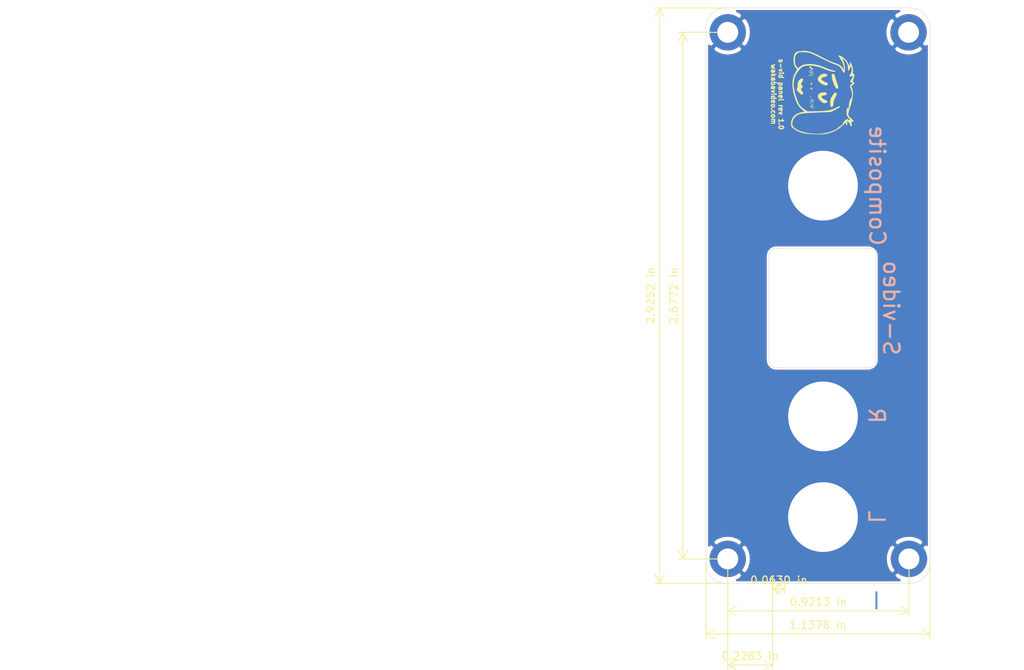
<source format=kicad_pcb>
(kicad_pcb (version 20171130) (host pcbnew "(5.1.5)-2")

  (general
    (thickness 1.6)
    (drawings 119)
    (tracks 4)
    (zones 0)
    (modules 5)
    (nets 2)
  )

  (page A4)
  (layers
    (0 F.Cu signal)
    (31 B.Cu signal)
    (32 B.Adhes user hide)
    (33 F.Adhes user hide)
    (34 B.Paste user hide)
    (35 F.Paste user hide)
    (36 B.SilkS user)
    (37 F.SilkS user)
    (38 B.Mask user)
    (39 F.Mask user)
    (40 Dwgs.User user)
    (41 Cmts.User user)
    (42 Eco1.User user hide)
    (43 Eco2.User user hide)
    (44 Edge.Cuts user)
    (45 Margin user hide)
    (46 B.CrtYd user hide)
    (47 F.CrtYd user)
    (48 B.Fab user)
    (49 F.Fab user hide)
  )

  (setup
    (last_trace_width 0.25)
    (trace_clearance 0.2)
    (zone_clearance 0.25)
    (zone_45_only no)
    (trace_min 0.2)
    (via_size 0.8)
    (via_drill 0.4)
    (via_min_size 0.4)
    (via_min_drill 0.3)
    (uvia_size 0.3)
    (uvia_drill 0.1)
    (uvias_allowed no)
    (uvia_min_size 0.2)
    (uvia_min_drill 0.1)
    (edge_width 0.05)
    (segment_width 0.2)
    (pcb_text_width 0.3)
    (pcb_text_size 1.5 1.5)
    (mod_edge_width 0.12)
    (mod_text_size 1 1)
    (mod_text_width 0.15)
    (pad_size 0.8 1.2)
    (pad_drill 0)
    (pad_to_mask_clearance 0.051)
    (solder_mask_min_width 0.25)
    (aux_axis_origin 0 0)
    (visible_elements 7FFFFFFF)
    (pcbplotparams
      (layerselection 0x010f0_ffffffff)
      (usegerberextensions false)
      (usegerberattributes false)
      (usegerberadvancedattributes false)
      (creategerberjobfile false)
      (excludeedgelayer true)
      (linewidth 0.100000)
      (plotframeref false)
      (viasonmask false)
      (mode 1)
      (useauxorigin false)
      (hpglpennumber 1)
      (hpglpenspeed 20)
      (hpglpendiameter 15.000000)
      (psnegative false)
      (psa4output false)
      (plotreference true)
      (plotvalue false)
      (plotinvisibletext false)
      (padsonsilk false)
      (subtractmaskfromsilk false)
      (outputformat 1)
      (mirror false)
      (drillshape 0)
      (scaleselection 1)
      (outputdirectory "gerbspanel/"))
  )

  (net 0 "")
  (net 1 /GND4)

  (net_class Default "This is the default net class."
    (clearance 0.2)
    (trace_width 0.25)
    (via_dia 0.8)
    (via_drill 0.4)
    (uvia_dia 0.3)
    (uvia_drill 0.1)
    (add_net /GND4)
  )

  (module videobits:uwuriel (layer F.Cu) (tedit 0) (tstamp 5DC32DCC)
    (at 121.1 125.1 270)
    (fp_text reference G*** (at 0 0 90) (layer F.SilkS) hide
      (effects (font (size 1.524 1.524) (thickness 0.3)))
    )
    (fp_text value LOGO (at 0.75 0 90) (layer F.SilkS) hide
      (effects (font (size 1.524 1.524) (thickness 0.3)))
    )
    (fp_poly (pts (xy -1.100666 -3.995516) (xy -1.055553 -3.878488) (xy -0.991309 -3.777476) (xy -0.911525 -3.689924)
      (xy -0.814388 -3.67252) (xy -0.643463 -3.724228) (xy -0.529355 -3.769001) (xy -0.160656 -3.862604)
      (xy 0.28248 -3.871313) (xy 0.820845 -3.793195) (xy 1.475228 -3.626315) (xy 1.682855 -3.563175)
      (xy 2.143707 -3.419082) (xy 2.473757 -3.323382) (xy 2.704691 -3.27681) (xy 2.868197 -3.280102)
      (xy 2.99596 -3.333991) (xy 3.119666 -3.439213) (xy 3.271003 -3.596502) (xy 3.274427 -3.600078)
      (xy 3.499966 -3.829644) (xy 3.634873 -3.944373) (xy 3.701952 -3.955152) (xy 3.724009 -3.872865)
      (xy 3.725334 -3.815324) (xy 3.751028 -3.707582) (xy 3.8594 -3.679743) (xy 4.010903 -3.697655)
      (xy 4.231758 -3.704766) (xy 4.354044 -3.650828) (xy 4.354566 -3.649998) (xy 4.340225 -3.571864)
      (xy 4.259497 -3.55558) (xy 4.096414 -3.503959) (xy 3.89092 -3.377256) (xy 3.852334 -3.346958)
      (xy 3.598334 -3.138757) (xy 3.92083 -3.135712) (xy 4.124185 -3.114772) (xy 4.196286 -3.063348)
      (xy 4.191 -3.048) (xy 4.072986 -2.979718) (xy 3.95317 -2.963105) (xy 3.863349 -2.949426)
      (xy 3.870404 -2.892303) (xy 3.987209 -2.767108) (xy 4.119169 -2.645605) (xy 4.596816 -2.11848)
      (xy 4.962079 -1.492545) (xy 5.177116 -0.927094) (xy 5.260163 -0.636075) (xy 5.31623 -0.361644)
      (xy 5.350093 -0.058859) (xy 5.366527 0.317217) (xy 5.370307 0.811524) (xy 5.370111 0.889)
      (xy 5.346052 1.646868) (xy 5.274011 2.275177) (xy 5.145865 2.808941) (xy 4.953495 3.283177)
      (xy 4.722049 3.683) (xy 4.554563 3.922212) (xy 4.418423 4.052208) (xy 4.259288 4.109823)
      (xy 4.063346 4.129524) (xy 3.58866 4.077596) (xy 3.325237 3.973534) (xy 2.974076 3.723867)
      (xy 2.718422 3.364554) (xy 2.542739 2.872973) (xy 2.528386 2.81314) (xy 2.428632 2.380982)
      (xy 2.185023 2.687524) (xy 1.856819 3.028483) (xy 1.454593 3.300193) (xy 0.931611 3.533962)
      (xy 0.908971 3.542427) (xy 0.012197 3.816885) (xy -0.810182 3.946786) (xy -1.55461 3.932206)
      (xy -2.217531 3.773222) (xy -2.795387 3.469911) (xy -2.805643 3.462664) (xy -2.968237 3.362182)
      (xy -3.065762 3.365124) (xy -3.138143 3.435598) (xy -3.398357 3.63257) (xy -3.764302 3.760951)
      (xy -4.184017 3.813853) (xy -4.60554 3.784387) (xy -4.954822 3.67646) (xy -5.132672 3.577041)
      (xy -5.248033 3.456079) (xy -5.319934 3.272818) (xy -5.367403 2.986503) (xy -5.391634 2.751593)
      (xy -5.246331 2.751593) (xy -5.23852 2.982727) (xy -5.200208 3.138855) (xy -5.123 3.266863)
      (xy -5.063624 3.339123) (xy -4.883932 3.499565) (xy -4.655584 3.586074) (xy -4.423443 3.619537)
      (xy -4.00944 3.6343) (xy -3.69707 3.577276) (xy -3.429348 3.435962) (xy -3.364133 3.387115)
      (xy -3.144753 3.21455) (xy -3.385185 2.951312) (xy -3.575289 2.629213) (xy -3.683119 2.190861)
      (xy -3.709871 1.667333) (xy -3.656736 1.089708) (xy -3.52491 0.489067) (xy -3.315585 -0.103513)
      (xy -3.263334 -0.220907) (xy -3.112316 -0.577503) (xy -2.988302 -0.925051) (xy -2.913368 -1.20021)
      (xy -2.905085 -1.248834) (xy -2.857156 -1.468397) (xy -2.794968 -1.595777) (xy -2.770698 -1.608667)
      (xy -2.714421 -1.536119) (xy -2.716335 -1.340679) (xy -2.769248 -1.055659) (xy -2.865964 -0.714368)
      (xy -2.999291 -0.350115) (xy -3.084965 -0.153468) (xy -3.343963 0.545577) (xy -3.488402 1.258557)
      (xy -3.510144 1.937071) (xy -3.480737 2.200081) (xy -3.422574 2.473375) (xy -3.329793 2.678348)
      (xy -3.165694 2.877832) (xy -2.981798 3.054237) (xy -2.428741 3.462661) (xy -1.830335 3.70896)
      (xy -1.177042 3.796511) (xy -0.908315 3.788571) (xy -0.416436 3.721176) (xy 0.135137 3.59375)
      (xy 0.686927 3.424217) (xy 1.179457 3.230506) (xy 1.506027 3.060887) (xy 1.764889 2.854572)
      (xy 2.022674 2.577286) (xy 2.138715 2.418537) (xy 2.408377 2.000741) (xy 2.385431 0.767537)
      (xy 2.360042 0.073557) (xy 2.308201 -0.486146) (xy 2.223275 -0.945463) (xy 2.098633 -1.338287)
      (xy 1.927642 -1.698509) (xy 1.889832 -1.76526) (xy 1.765573 -2.022087) (xy 1.740632 -2.184309)
      (xy 1.756097 -2.213297) (xy 1.833119 -2.184501) (xy 1.96203 -2.011257) (xy 2.133185 -1.706876)
      (xy 2.157882 -1.65867) (xy 2.47989 -1.024265) (xy 2.548711 0.609701) (xy 2.579802 1.303612)
      (xy 2.609652 1.851631) (xy 2.641007 2.277151) (xy 2.676615 2.603568) (xy 2.719222 2.854274)
      (xy 2.771575 3.052663) (xy 2.836421 3.222131) (xy 2.861987 3.277707) (xy 3.069696 3.56765)
      (xy 3.359879 3.787765) (xy 3.691657 3.925036) (xy 4.024153 3.966445) (xy 4.316488 3.898979)
      (xy 4.467248 3.788833) (xy 4.75375 3.381418) (xy 4.986618 2.845907) (xy 5.160407 2.216534)
      (xy 5.269675 1.527533) (xy 5.308981 0.813138) (xy 5.272881 0.107583) (xy 5.157084 -0.550334)
      (xy 5.045749 -0.928257) (xy 4.909694 -1.296079) (xy 4.767712 -1.610115) (xy 4.638598 -1.826681)
      (xy 4.58215 -1.886749) (xy 4.445012 -2.03523) (xy 4.319797 -2.23196) (xy 4.17529 -2.426228)
      (xy 4.013528 -2.543095) (xy 3.830353 -2.646659) (xy 3.619445 -2.809943) (xy 3.592132 -2.834666)
      (xy 3.440912 -2.99481) (xy 3.406369 -3.112075) (xy 3.453901 -3.220883) (xy 3.549527 -3.411852)
      (xy 3.530836 -3.482811) (xy 3.407055 -3.429553) (xy 3.256721 -3.310771) (xy 3.060623 -3.158091)
      (xy 2.874324 -3.079082) (xy 2.626878 -3.050568) (xy 2.452387 -3.048) (xy 2.183002 -3.060921)
      (xy 2.000497 -3.094637) (xy 1.947334 -3.132667) (xy 2.014819 -3.216932) (xy 2.053167 -3.225773)
      (xy 2.102653 -3.246019) (xy 2.025154 -3.280408) (xy 1.861397 -3.319689) (xy 1.652107 -3.354614)
      (xy 1.438009 -3.375935) (xy 1.381881 -3.378228) (xy 1.124745 -3.413942) (xy 0.928515 -3.492384)
      (xy 0.897571 -3.517192) (xy 0.608568 -3.70594) (xy 0.241246 -3.765145) (xy -0.215645 -3.695022)
      (xy -0.650472 -3.547058) (xy -0.843741 -3.484885) (xy -0.965817 -3.515817) (xy -1.083381 -3.640346)
      (xy -1.246819 -3.842183) (xy -1.344259 -3.660113) (xy -1.4417 -3.478043) (xy -1.748665 -3.686355)
      (xy -1.994237 -3.839697) (xy -2.125213 -3.882468) (xy -2.155259 -3.814653) (xy -2.117806 -3.685998)
      (xy -2.078731 -3.498535) (xy -2.150267 -3.43805) (xy -2.329746 -3.505662) (xy -2.418282 -3.560263)
      (xy -2.681229 -3.673036) (xy -2.987484 -3.721415) (xy -3.261649 -3.697976) (xy -3.368261 -3.653834)
      (xy -3.382058 -3.587908) (xy -3.233253 -3.506919) (xy -3.138234 -3.473171) (xy -2.914242 -3.376111)
      (xy -2.856096 -3.294688) (xy -2.960416 -3.238548) (xy -3.223822 -3.217337) (xy -3.227896 -3.217334)
      (xy -3.577393 -3.178845) (xy -3.878112 -3.044463) (xy -4.169833 -2.810148) (xy -4.348325 -2.625627)
      (xy -4.386986 -2.53646) (xy -4.286519 -2.543531) (xy -4.047623 -2.647724) (xy -4.042833 -2.650109)
      (xy -3.797122 -2.738028) (xy -3.490138 -2.800587) (xy -3.167662 -2.834861) (xy -2.875475 -2.837922)
      (xy -2.659359 -2.806847) (xy -2.566664 -2.744445) (xy -2.617154 -2.658273) (xy -2.781154 -2.546402)
      (xy -2.882411 -2.495979) (xy -3.264169 -2.255711) (xy -3.51703 -1.92406) (xy -3.642947 -1.576447)
      (xy -3.708365 -1.390809) (xy -3.837383 -1.085353) (xy -4.016087 -0.69081) (xy -4.230565 -0.237914)
      (xy -4.462832 0.234484) (xy -4.716655 0.743603) (xy -4.904535 1.131584) (xy -5.037098 1.428324)
      (xy -5.124969 1.663717) (xy -5.178776 1.867661) (xy -5.209145 2.070049) (xy -5.226701 2.300778)
      (xy -5.232038 2.398568) (xy -5.246331 2.751593) (xy -5.391634 2.751593) (xy -5.393048 2.737893)
      (xy -5.408064 2.367543) (xy -5.373516 2.013255) (xy -5.279389 1.63891) (xy -5.115667 1.208389)
      (xy -4.872333 0.685571) (xy -4.763791 0.468746) (xy -4.496993 -0.058013) (xy -4.295518 -0.459214)
      (xy -4.147756 -0.760146) (xy -4.0421 -0.986102) (xy -3.96694 -1.162371) (xy -3.910669 -1.314245)
      (xy -3.861677 -1.467013) (xy -3.836026 -1.552502) (xy -3.673856 -1.991759) (xy -3.476268 -2.303168)
      (xy -3.216098 -2.52801) (xy -3.178623 -2.551597) (xy -2.921 -2.708701) (xy -3.217333 -2.707158)
      (xy -3.578197 -2.645944) (xy -3.996053 -2.481082) (xy -4.41579 -2.235841) (xy -4.530204 -2.15285)
      (xy -4.727529 -2.027077) (xy -4.818823 -2.027575) (xy -4.803861 -2.148413) (xy -4.682419 -2.383656)
      (xy -4.546852 -2.594256) (xy -4.179737 -3.002134) (xy -3.848352 -3.217162) (xy -3.429 -3.428657)
      (xy -3.725333 -3.477433) (xy -4.021666 -3.526208) (xy -3.598333 -3.717945) (xy -3.212158 -3.851899)
      (xy -2.847312 -3.878045) (xy -2.780544 -3.873011) (xy -2.538401 -3.861028) (xy -2.433049 -3.888914)
      (xy -2.429769 -3.95017) (xy -2.405696 -4.039954) (xy -2.257887 -4.060222) (xy -2.016641 -4.011788)
      (xy -1.798111 -3.933172) (xy -1.590297 -3.855691) (xy -1.476069 -3.852348) (xy -1.396772 -3.923144)
      (xy -1.38933 -3.933172) (xy -1.267202 -4.037739) (xy -1.149523 -4.060899) (xy -1.100666 -3.995516)) (layer F.SilkS) (width 0.01))
    (fp_poly (pts (xy -1.592045 2.587219) (xy -1.403504 2.689485) (xy -1.386422 2.702527) (xy -1.221688 2.81584)
      (xy -1.113748 2.82288) (xy -1.017433 2.752963) (xy -0.810121 2.634858) (xy -0.629447 2.683261)
      (xy -0.545324 2.772833) (xy -0.461883 2.862355) (xy -0.375068 2.849487) (xy -0.228259 2.724915)
      (xy -0.222798 2.719788) (xy -0.035511 2.598648) (xy 0.135774 2.572085) (xy 0.24126 2.641776)
      (xy 0.254 2.70373) (xy 0.19466 2.838184) (xy 0.048787 3.022751) (xy -0.135398 3.207998)
      (xy -0.309674 3.344492) (xy -0.410937 3.38537) (xy -0.607179 3.339696) (xy -0.673346 3.306256)
      (xy -0.843625 3.264127) (xy -1.032624 3.275691) (xy -1.245579 3.266197) (xy -1.462669 3.176628)
      (xy -1.654761 3.036059) (xy -1.79272 2.873564) (xy -1.847414 2.71822) (xy -1.78971 2.599101)
      (xy -1.738156 2.571572) (xy -1.592045 2.587219)) (layer F.SilkS) (width 0.01))
    (fp_poly (pts (xy -2.427632 1.252017) (xy -2.489998 1.419796) (xy -2.54 1.524) (xy -2.670094 1.76126)
      (xy -2.738609 1.850773) (xy -2.739053 1.79248) (xy -2.664932 1.586326) (xy -2.639546 1.524861)
      (xy -2.539297 1.318491) (xy -2.45475 1.198477) (xy -2.432446 1.186194) (xy -2.427632 1.252017)) (layer F.SilkS) (width 0.01))
    (fp_poly (pts (xy -2.119259 1.566333) (xy -2.161416 1.705472) (xy -2.201333 1.778) (xy -2.268421 1.845769)
      (xy -2.283407 1.820333) (xy -2.241251 1.681194) (xy -2.201333 1.608666) (xy -2.134246 1.540897)
      (xy -2.119259 1.566333)) (layer F.SilkS) (width 0.01))
    (fp_poly (pts (xy -3.009711 1.351684) (xy -3.070182 1.493112) (xy -3.172072 1.657179) (xy -3.285234 1.756414)
      (xy -3.36834 1.763057) (xy -3.386666 1.705696) (xy -3.333979 1.60124) (xy -3.204269 1.437276)
      (xy -3.175 1.405001) (xy -3.025381 1.251882) (xy -2.973185 1.231671) (xy -3.009711 1.351684)) (layer F.SilkS) (width 0.01))
    (fp_poly (pts (xy -2.715334 1.312333) (xy -2.754209 1.442378) (xy -2.836333 1.608666) (xy -2.920576 1.732)
      (xy -2.957278 1.738121) (xy -2.957333 1.735666) (xy -2.918458 1.605621) (xy -2.836333 1.439333)
      (xy -2.752091 1.315999) (xy -2.715388 1.309878) (xy -2.715334 1.312333)) (layer F.SilkS) (width 0.01))
    (fp_poly (pts (xy -2.201333 1.324373) (xy -2.249734 1.448646) (xy -2.333004 1.571317) (xy -2.420538 1.675402)
      (xy -2.42069 1.646943) (xy -2.363869 1.524) (xy -2.262831 1.326263) (xy -2.212732 1.27121)
      (xy -2.201333 1.324373)) (layer F.SilkS) (width 0.01))
    (fp_poly (pts (xy 0.566104 1.57869) (xy 0.550334 1.608666) (xy 0.470559 1.689523) (xy 0.455673 1.693333)
      (xy 0.449897 1.638643) (xy 0.465667 1.608666) (xy 0.545441 1.527809) (xy 0.560327 1.524)
      (xy 0.566104 1.57869)) (layer F.SilkS) (width 0.01))
    (fp_poly (pts (xy 1.097554 1.143) (xy 1.048409 1.256914) (xy 0.923645 1.433626) (xy 0.884104 1.481666)
      (xy 0.771165 1.600141) (xy 0.736631 1.604182) (xy 0.751321 1.566333) (xy 0.860036 1.375813)
      (xy 0.975406 1.216999) (xy 1.065217 1.129278) (xy 1.097554 1.143)) (layer F.SilkS) (width 0.01))
    (fp_poly (pts (xy 1.310575 1.242415) (xy 1.277616 1.312333) (xy 1.147752 1.543107) (xy 1.05582 1.660815)
      (xy 1.017558 1.645695) (xy 1.017297 1.639213) (xy 1.067781 1.511943) (xy 1.190114 1.342879)
      (xy 1.297284 1.227889) (xy 1.310575 1.242415)) (layer F.SilkS) (width 0.01))
    (fp_poly (pts (xy 1.721902 1.208226) (xy 1.711539 1.228613) (xy 1.58151 1.410107) (xy 1.426009 1.566674)
      (xy 1.306032 1.665643) (xy 1.290828 1.663712) (xy 1.382131 1.548571) (xy 1.438065 1.48106)
      (xy 1.630134 1.251855) (xy 1.731035 1.139607) (xy 1.75641 1.129877) (xy 1.721902 1.208226)) (layer F.SilkS) (width 0.01))
    (fp_poly (pts (xy 1.993024 1.250774) (xy 1.919405 1.411137) (xy 1.905 1.439333) (xy 1.793126 1.611731)
      (xy 1.69596 1.692497) (xy 1.688625 1.693333) (xy 1.677652 1.635112) (xy 1.755468 1.490254)
      (xy 1.791388 1.439333) (xy 1.91989 1.274792) (xy 2.00034 1.188909) (xy 2.007763 1.185333)
      (xy 1.993024 1.250774)) (layer F.SilkS) (width 0.01))
    (fp_poly (pts (xy -1.101835 1.422045) (xy -1.070049 1.481666) (xy -1.083058 1.590894) (xy -1.145657 1.608666)
      (xy -1.255588 1.540834) (xy -1.27 1.481666) (xy -1.229094 1.368925) (xy -1.194392 1.354666)
      (xy -1.101835 1.422045)) (layer F.SilkS) (width 0.01))
    (fp_poly (pts (xy -0.418861 1.481666) (xy -0.484447 1.56888) (xy -0.555612 1.595585) (xy -0.659453 1.574652)
      (xy -0.658862 1.510919) (xy -0.574579 1.414779) (xy -0.46739 1.406727) (xy -0.418861 1.481666)) (layer F.SilkS) (width 0.01))
    (fp_poly (pts (xy -1.048016 -0.619326) (xy -0.946793 -0.504826) (xy -0.945123 -0.306422) (xy -1.023206 -0.06033)
      (xy -1.161241 0.197234) (xy -1.339427 0.430055) (xy -1.537966 0.601916) (xy -1.737056 0.676602)
      (xy -1.756938 0.677333) (xy -1.94562 0.61926) (xy -2.159125 0.475134) (xy -2.207846 0.429846)
      (xy -2.388729 0.194635) (xy -2.452896 -0.068259) (xy -2.455333 -0.153763) (xy -2.426098 -0.404601)
      (xy -2.346162 -0.531299) (xy -2.33865 -0.534659) (xy -2.180209 -0.522603) (xy -2.069112 -0.375945)
      (xy -2.032 -0.155379) (xy -1.967361 0.074332) (xy -1.863094 0.169104) (xy -1.738669 0.20752)
      (xy -1.635355 0.142701) (xy -1.524744 -0.018417) (xy -1.414417 -0.220775) (xy -1.357202 -0.367501)
      (xy -1.354983 -0.385234) (xy -1.288803 -0.537782) (xy -1.143611 -0.624678) (xy -1.048016 -0.619326)) (layer F.SilkS) (width 0.01))
    (fp_poly (pts (xy 1.283356 -0.487818) (xy 1.339184 -0.270196) (xy 1.332518 -0.078505) (xy 1.25141 0.095007)
      (xy 1.067631 0.306617) (xy 1.031644 0.342944) (xy 0.723242 0.589683) (xy 0.45333 0.672899)
      (xy 0.218743 0.593194) (xy 0.132947 0.514571) (xy 0.02107 0.311936) (xy -0.047726 0.039704)
      (xy -0.061896 -0.228133) (xy -0.012019 -0.414505) (xy 0.112699 -0.497947) (xy 0.241193 -0.448645)
      (xy 0.327271 -0.295648) (xy 0.339963 -0.193158) (xy 0.363647 0.019562) (xy 0.407654 0.146862)
      (xy 0.514961 0.196319) (xy 0.660055 0.121843) (xy 0.808613 -0.047284) (xy 0.92631 -0.281784)
      (xy 0.932954 -0.301245) (xy 1.047778 -0.519493) (xy 1.175018 -0.580886) (xy 1.283356 -0.487818)) (layer F.SilkS) (width 0.01))
    (fp_poly (pts (xy 0.300843 -1.745372) (xy 0.592182 -1.599884) (xy 0.643055 -1.566334) (xy 1.049231 -1.383826)
      (xy 1.302982 -1.353371) (xy 1.633539 -1.321448) (xy 1.814826 -1.230687) (xy 1.841262 -1.084092)
      (xy 1.835328 -1.066879) (xy 1.756969 -0.984691) (xy 1.579022 -0.942467) (xy 1.292694 -0.931334)
      (xy 0.981686 -0.946779) (xy 0.738903 -1.010576) (xy 0.48214 -1.148918) (xy 0.361501 -1.228033)
      (xy 0.089216 -1.435324) (xy -0.029293 -1.588191) (xy -0.030477 -1.651366) (xy 0.08865 -1.763118)
      (xy 0.300843 -1.745372)) (layer F.SilkS) (width 0.01))
    (fp_poly (pts (xy -0.572618 -1.960559) (xy -0.565458 -1.953992) (xy -0.513888 -1.811032) (xy -0.622911 -1.655869)
      (xy -0.884925 -1.495872) (xy -1.15122 -1.386406) (xy -1.654342 -1.224178) (xy -2.04016 -1.140466)
      (xy -2.298564 -1.136626) (xy -2.419445 -1.214012) (xy -2.420316 -1.216202) (xy -2.434355 -1.385251)
      (xy -2.31157 -1.499911) (xy -2.050196 -1.572856) (xy -1.802805 -1.63406) (xy -1.477227 -1.737208)
      (xy -1.198555 -1.839124) (xy -0.880724 -1.952203) (xy -0.682109 -1.990861) (xy -0.572618 -1.960559)) (layer F.SilkS) (width 0.01))
  )

  (module MountingHole:MountingHole_2.7mm_M2.5_DIN965_Pad (layer F.Cu) (tedit 56D1B4CB) (tstamp 5CDD416E)
    (at 108.8 117.3)
    (descr "Mounting Hole 2.7mm, M2.5, DIN965")
    (tags "mounting hole 2.7mm m2.5 din965")
    (path /5CDE4AF2)
    (attr virtual)
    (fp_text reference H4 (at 0 -3.35) (layer F.SilkS) hide
      (effects (font (size 1 1) (thickness 0.15)))
    )
    (fp_text value MountingHole_Pad (at 0 3.35) (layer F.Fab)
      (effects (font (size 1 1) (thickness 0.15)))
    )
    (fp_text user %R (at 0.3 0) (layer F.Fab)
      (effects (font (size 1 1) (thickness 0.15)))
    )
    (fp_circle (center 0 0) (end 2.35 0) (layer Cmts.User) (width 0.15))
    (fp_circle (center 0 0) (end 2.6 0) (layer F.CrtYd) (width 0.05))
    (pad 1 thru_hole circle (at 0 0) (size 4.7 4.7) (drill 2.7) (layers *.Cu *.Mask)
      (net 1 /GND4))
  )

  (module MountingHole:MountingHole_2.7mm_M2.5_DIN965_Pad (layer F.Cu) (tedit 56D1B4CB) (tstamp 5CDD418E)
    (at 132.15 117.3)
    (descr "Mounting Hole 2.7mm, M2.5, DIN965")
    (tags "mounting hole 2.7mm m2.5 din965")
    (path /5CDE4AF8)
    (attr virtual)
    (fp_text reference H8 (at 0 -3.35) (layer F.SilkS) hide
      (effects (font (size 1 1) (thickness 0.15)))
    )
    (fp_text value MountingHole_Pad (at 0 3.35) (layer F.Fab)
      (effects (font (size 1 1) (thickness 0.15)))
    )
    (fp_circle (center 0 0) (end 2.6 0) (layer F.CrtYd) (width 0.05))
    (fp_circle (center 0 0) (end 2.35 0) (layer Cmts.User) (width 0.15))
    (fp_text user %R (at 0.3 0) (layer F.Fab)
      (effects (font (size 1 1) (thickness 0.15)))
    )
    (pad 1 thru_hole circle (at 0 0) (size 4.7 4.7) (drill 2.7) (layers *.Cu *.Mask)
      (net 1 /GND4))
  )

  (module MountingHole:MountingHole_2.7mm_M2.5_DIN965_Pad (layer F.Cu) (tedit 56D1B4CB) (tstamp 5CDD41AE)
    (at 108.8 185.3)
    (descr "Mounting Hole 2.7mm, M2.5, DIN965")
    (tags "mounting hole 2.7mm m2.5 din965")
    (path /5CDE4AFE)
    (attr virtual)
    (fp_text reference H12 (at 0 -3.35) (layer F.SilkS) hide
      (effects (font (size 1 1) (thickness 0.15)))
    )
    (fp_text value MountingHole_Pad (at 0 3.35) (layer F.Fab)
      (effects (font (size 1 1) (thickness 0.15)))
    )
    (fp_text user %R (at 0.3 0) (layer F.Fab)
      (effects (font (size 1 1) (thickness 0.15)))
    )
    (fp_circle (center 0 0) (end 2.35 0) (layer Cmts.User) (width 0.15))
    (fp_circle (center 0 0) (end 2.6 0) (layer F.CrtYd) (width 0.05))
    (pad 1 thru_hole circle (at 0 0) (size 4.7 4.7) (drill 2.7) (layers *.Cu *.Mask)
      (net 1 /GND4))
  )

  (module MountingHole:MountingHole_2.7mm_M2.5_DIN965_Pad (layer F.Cu) (tedit 56D1B4CB) (tstamp 5CDD41CE)
    (at 132.2 185.3)
    (descr "Mounting Hole 2.7mm, M2.5, DIN965")
    (tags "mounting hole 2.7mm m2.5 din965")
    (path /5CDE4B04)
    (attr virtual)
    (fp_text reference H16 (at 0 -3.35) (layer F.SilkS) hide
      (effects (font (size 1 1) (thickness 0.15)))
    )
    (fp_text value MountingHole_Pad (at 0 3.35) (layer F.Fab)
      (effects (font (size 1 1) (thickness 0.15)))
    )
    (fp_circle (center 0 0) (end 2.6 0) (layer F.CrtYd) (width 0.05))
    (fp_circle (center 0 0) (end 2.35 0) (layer Cmts.User) (width 0.15))
    (fp_text user %R (at 0.3 0) (layer F.Fab)
      (effects (font (size 1 1) (thickness 0.15)))
    )
    (pad 1 thru_hole circle (at 0 0) (size 4.7 4.7) (drill 2.7) (layers *.Cu *.Mask)
      (net 1 /GND4))
  )

  (dimension 1.6 (width 0.12) (layer F.SilkS)
    (gr_text "1.600 mm" (at 115.4 190.47) (layer F.SilkS)
      (effects (font (size 1 1) (thickness 0.15)))
    )
    (feature1 (pts (xy 116.2 187.6) (xy 116.2 189.786421)))
    (feature2 (pts (xy 114.6 187.6) (xy 114.6 189.786421)))
    (crossbar (pts (xy 114.6 189.2) (xy 116.2 189.2)))
    (arrow1a (pts (xy 116.2 189.2) (xy 115.073496 189.786421)))
    (arrow1b (pts (xy 116.2 189.2) (xy 115.073496 188.613579)))
    (arrow2a (pts (xy 114.6 189.2) (xy 115.726504 189.786421)))
    (arrow2b (pts (xy 114.6 189.2) (xy 115.726504 188.613579)))
  )
  (dimension 5.8 (width 0.12) (layer F.SilkS)
    (gr_text "5.800 mm" (at 111.7 200.27) (layer F.SilkS)
      (effects (font (size 1 1) (thickness 0.15)))
    )
    (feature1 (pts (xy 108.8 187.6) (xy 108.8 199.586421)))
    (feature2 (pts (xy 114.6 187.6) (xy 114.6 199.586421)))
    (crossbar (pts (xy 114.6 199) (xy 108.8 199)))
    (arrow1a (pts (xy 108.8 199) (xy 109.926504 198.413579)))
    (arrow1b (pts (xy 108.8 199) (xy 109.926504 199.586421)))
    (arrow2a (pts (xy 114.6 199) (xy 113.473496 198.413579)))
    (arrow2b (pts (xy 114.6 199) (xy 113.473496 199.586421)))
  )
  (dimension 28.9 (width 0.12) (layer F.SilkS)
    (gr_text "28.900 mm" (at 120.45 196.27) (layer F.SilkS)
      (effects (font (size 1 1) (thickness 0.15)))
    )
    (feature1 (pts (xy 134.9 185.95) (xy 134.9 195.586421)))
    (feature2 (pts (xy 106 185.95) (xy 106 195.586421)))
    (crossbar (pts (xy 106 195) (xy 134.9 195)))
    (arrow1a (pts (xy 134.9 195) (xy 133.773496 195.586421)))
    (arrow1b (pts (xy 134.9 195) (xy 133.773496 194.413579)))
    (arrow2a (pts (xy 106 195) (xy 107.126504 195.586421)))
    (arrow2b (pts (xy 106 195) (xy 107.126504 194.413579)))
  )
  (dimension 74.3 (width 0.12) (layer F.SilkS)
    (gr_text "74.300 mm" (at 98.73 151.3 270) (layer F.SilkS)
      (effects (font (size 1 1) (thickness 0.15)))
    )
    (feature1 (pts (xy 108.5 188.45) (xy 99.413579 188.45)))
    (feature2 (pts (xy 108.5 114.15) (xy 99.413579 114.15)))
    (crossbar (pts (xy 100 114.15) (xy 100 188.45)))
    (arrow1a (pts (xy 100 188.45) (xy 99.413579 187.323496)))
    (arrow1b (pts (xy 100 188.45) (xy 100.586421 187.323496)))
    (arrow2a (pts (xy 100 114.15) (xy 99.413579 115.276504)))
    (arrow2b (pts (xy 100 114.15) (xy 100.586421 115.276504)))
  )
  (dimension 68 (width 0.12) (layer F.SilkS)
    (gr_text "68.000 mm" (at 101.73 151.3 90) (layer F.SilkS)
      (effects (font (size 1 1) (thickness 0.15)))
    )
    (feature1 (pts (xy 108.8 117.3) (xy 102.413579 117.3)))
    (feature2 (pts (xy 108.8 185.3) (xy 102.413579 185.3)))
    (crossbar (pts (xy 103 185.3) (xy 103 117.3)))
    (arrow1a (pts (xy 103 117.3) (xy 103.586421 118.426504)))
    (arrow1b (pts (xy 103 117.3) (xy 102.413579 118.426504)))
    (arrow2a (pts (xy 103 185.3) (xy 103.586421 184.173496)))
    (arrow2b (pts (xy 103 185.3) (xy 102.413579 184.173496)))
  )
  (dimension 23.4 (width 0.12) (layer F.SilkS)
    (gr_text "23.400 mm" (at 120.5 193.27) (layer F.SilkS)
      (effects (font (size 1 1) (thickness 0.15)))
    )
    (feature1 (pts (xy 132.2 185.3) (xy 132.2 192.586421)))
    (feature2 (pts (xy 108.8 185.3) (xy 108.8 192.586421)))
    (crossbar (pts (xy 108.8 192) (xy 132.2 192)))
    (arrow1a (pts (xy 132.2 192) (xy 131.073496 192.586421)))
    (arrow1b (pts (xy 132.2 192) (xy 131.073496 191.413579)))
    (arrow2a (pts (xy 108.8 192) (xy 109.926504 192.586421)))
    (arrow2b (pts (xy 108.8 192) (xy 109.926504 191.413579)))
  )
  (gr_text "s-vid panel rev 1.0\nwakabavideo.com" (at 115.2 125.3 270) (layer F.SilkS) (tstamp 5DC32E38)
    (effects (font (size 0.6 0.6) (thickness 0.15)))
  )
  (gr_line (start 114.1 146.2) (end 114.1 159.6) (layer Edge.Cuts) (width 0.05) (tstamp 5DC2D545))
  (gr_line (start 126.9 145.2) (end 115.1 145.2) (layer Edge.Cuts) (width 0.05) (tstamp 5DC2D544))
  (gr_line (start 127.9 159.6) (end 127.9 146.2) (layer Edge.Cuts) (width 0.05) (tstamp 5DC2D543))
  (gr_line (start 115.1 160.6) (end 126.9 160.6) (layer Edge.Cuts) (width 0.05) (tstamp 5DC2D542))
  (gr_arc (start 115.1 159.6) (end 114.1 159.6) (angle -90) (layer Edge.Cuts) (width 0.05) (tstamp 5DC2D534))
  (gr_arc (start 126.9 159.6) (end 126.9 160.6) (angle -90) (layer Edge.Cuts) (width 0.05) (tstamp 5DC2D534))
  (gr_arc (start 126.9 146.2) (end 127.9 146.2) (angle -90) (layer Edge.Cuts) (width 0.05) (tstamp 5DC2D534))
  (gr_arc (start 115.1 146.2) (end 115.1 145.2) (angle -90) (layer Edge.Cuts) (width 0.05))
  (gr_line (start 127.4 160.1) (end 127.4 145.7) (layer Cmts.User) (width 0.15))
  (gr_line (start 121.1 179.9) (end 121.1 113.2) (layer Cmts.User) (width 0.15))
  (gr_line (start 114.6 121.6) (end 114.6 191.4) (layer Cmts.User) (width 0.15))
  (gr_line (start 68.6 160.1) (end 143.2 160.1) (layer Cmts.User) (width 0.15))
  (gr_line (start 72 145.7) (end 137.8 145.7) (layer Cmts.User) (width 0.15))
  (gr_line (start 69 152.9) (end 147 152.9) (layer Cmts.User) (width 0.15))
  (gr_line (start 68 137.1) (end 140.4 137.1) (layer Cmts.User) (width 0.15))
  (gr_line (start 67.8 179.9) (end 137.2 179.9) (layer Cmts.User) (width 0.15))
  (gr_line (start 121.1 167) (end 14.9 167) (layer Cmts.User) (width 0.15))
  (gr_text Composite (at 128.1 137.1 270) (layer B.SilkS) (tstamp 5CDDA893)
    (effects (font (size 2 2) (thickness 0.3)) (justify mirror))
  )
  (gr_text S-video (at 129.9 152.9 270) (layer B.SilkS) (tstamp 5CDDA893)
    (effects (font (size 2 2) (thickness 0.3)) (justify mirror))
  )
  (gr_text R (at 128 166.8 270) (layer B.SilkS) (tstamp 5CDDA893)
    (effects (font (size 2 2) (thickness 0.3)) (justify mirror))
  )
  (gr_text L (at 128 179.9 270) (layer B.SilkS)
    (effects (font (size 2 2) (thickness 0.3)) (justify mirror))
  )
  (gr_line (start 21 119.2) (end 92.5 119.2) (layer Eco2.User) (width 0.15) (tstamp 5CDD3856))
  (gr_line (start 23.85 105.75) (end 95.1 105.75) (layer Eco2.User) (width 0.15) (tstamp 5CDD3727))
  (gr_line (start 106 75) (end 106 40.35) (layer F.Fab) (width 0.05) (tstamp 5CDD4BCE))
  (gr_line (start 108.5 37.85) (end 132.4 37.85) (layer F.Fab) (width 0.05) (tstamp 5CDD4BCD))
  (gr_arc (start 108.5 109.65) (end 106 109.65) (angle -90) (layer F.Fab) (width 0.05) (tstamp 5CDD4BCC))
  (gr_arc (start 132.4 109.65) (end 134.9 109.65) (angle 90) (layer F.Fab) (width 0.05) (tstamp 5CDD4BCB))
  (gr_line (start 106 75) (end 106 109.65) (layer F.Fab) (width 0.05) (tstamp 5CDD4BCA))
  (gr_arc (start 132.4 40.35) (end 134.9 40.35) (angle -90) (layer F.Fab) (width 0.05) (tstamp 5CDD4BC9))
  (gr_line (start 134.9 75) (end 134.9 40.35) (layer F.Fab) (width 0.05) (tstamp 5CDD4BC8))
  (gr_arc (start 108.5 40.35) (end 106 40.35) (angle 90) (layer F.Fab) (width 0.05) (tstamp 5CDD4BC7))
  (gr_line (start 134.9 75) (end 134.9 109.65) (layer F.Fab) (width 0.05) (tstamp 5CDD4BC6))
  (gr_line (start 108.5 112.15) (end 132.4 112.15) (layer F.Fab) (width 0.05) (tstamp 5CDD4BC5))
  (gr_line (start 76 75) (end 76 40.35) (layer F.Fab) (width 0.05) (tstamp 5CDD4BCE))
  (gr_line (start 78.5 37.85) (end 102.4 37.85) (layer F.Fab) (width 0.05) (tstamp 5CDD4BCD))
  (gr_arc (start 78.5 109.65) (end 76 109.65) (angle -90) (layer F.Fab) (width 0.05) (tstamp 5CDD4BCC))
  (gr_arc (start 102.4 109.65) (end 104.9 109.65) (angle 90) (layer F.Fab) (width 0.05) (tstamp 5CDD4BCB))
  (gr_line (start 76 75) (end 76 109.65) (layer F.Fab) (width 0.05) (tstamp 5CDD4BCA))
  (gr_arc (start 102.4 40.35) (end 104.9 40.35) (angle -90) (layer F.Fab) (width 0.05) (tstamp 5CDD4BC9))
  (gr_line (start 104.9 75) (end 104.9 40.35) (layer F.Fab) (width 0.05) (tstamp 5CDD4BC8))
  (gr_arc (start 78.5 40.35) (end 76 40.35) (angle 90) (layer F.Fab) (width 0.05) (tstamp 5CDD4BC7))
  (gr_line (start 104.9 75) (end 104.9 109.65) (layer F.Fab) (width 0.05) (tstamp 5CDD4BC6))
  (gr_line (start 78.5 112.15) (end 102.4 112.15) (layer F.Fab) (width 0.05) (tstamp 5CDD4BC5))
  (gr_line (start 106 151.3) (end 106 116.65) (layer F.Fab) (width 0.05) (tstamp 5CDD4BCE))
  (gr_line (start 108.5 114.15) (end 132.4 114.15) (layer F.Fab) (width 0.05) (tstamp 5CDD4BCD))
  (gr_arc (start 108.5 185.95) (end 106 185.95) (angle -90) (layer F.Fab) (width 0.05) (tstamp 5CDD4BCC))
  (gr_arc (start 132.4 185.95) (end 134.9 185.95) (angle 90) (layer F.Fab) (width 0.05) (tstamp 5CDD4BCB))
  (gr_line (start 106 151.3) (end 106 185.95) (layer F.Fab) (width 0.05) (tstamp 5CDD4BCA))
  (gr_arc (start 132.4 116.65) (end 134.9 116.65) (angle -90) (layer F.Fab) (width 0.05) (tstamp 5CDD4BC9))
  (gr_line (start 134.9 151.3) (end 134.9 116.65) (layer F.Fab) (width 0.05) (tstamp 5CDD4BC8))
  (gr_arc (start 108.5 116.65) (end 106 116.65) (angle 90) (layer F.Fab) (width 0.05) (tstamp 5CDD4BC7))
  (gr_line (start 134.9 151.3) (end 134.9 185.95) (layer F.Fab) (width 0.05) (tstamp 5CDD4BC6))
  (gr_line (start 108.5 188.45) (end 132.4 188.45) (layer F.Fab) (width 0.05) (tstamp 5CDD4BC5))
  (gr_line (start 76 151.3) (end 76 116.65) (layer F.Fab) (width 0.05) (tstamp 5CDD4BCE))
  (gr_line (start 78.5 114.15) (end 102.4 114.15) (layer F.Fab) (width 0.05) (tstamp 5CDD4BCD))
  (gr_arc (start 78.5 185.95) (end 76 185.95) (angle -90) (layer F.Fab) (width 0.05) (tstamp 5CDD4BCC))
  (gr_arc (start 102.4 185.95) (end 104.9 185.95) (angle 90) (layer F.Fab) (width 0.05) (tstamp 5CDD4BCB))
  (gr_line (start 76 151.3) (end 76 185.95) (layer F.Fab) (width 0.05) (tstamp 5CDD4BCA))
  (gr_arc (start 102.4 116.65) (end 104.9 116.65) (angle -90) (layer F.Fab) (width 0.05) (tstamp 5CDD4BC9))
  (gr_line (start 104.9 151.3) (end 104.9 116.65) (layer F.Fab) (width 0.05) (tstamp 5CDD4BC8))
  (gr_arc (start 78.5 116.65) (end 76 116.65) (angle 90) (layer F.Fab) (width 0.05) (tstamp 5CDD4BC7))
  (gr_line (start 104.9 151.3) (end 104.9 185.95) (layer F.Fab) (width 0.05) (tstamp 5CDD4BC6))
  (gr_line (start 78.5 188.45) (end 102.4 188.45) (layer F.Fab) (width 0.05) (tstamp 5CDD4BC5))
  (gr_line (start 113 114.15) (end 113 113.05) (layer F.Fab) (width 0.15) (tstamp 5CDD386E))
  (gr_line (start 83 188.45) (end 83 189.25) (layer F.Fab) (width 0.15) (tstamp 5CDD386A))
  (gr_arc (start 132.4 116.65) (end 134.9 116.65) (angle -90) (layer Edge.Cuts) (width 0.05) (tstamp 5CDD3869))
  (gr_line (start 83 114.15) (end 83 113.05) (layer F.Fab) (width 0.15) (tstamp 5CDD3868))
  (gr_line (start 108.5 188.45) (end 132.4 188.45) (layer Edge.Cuts) (width 0.05) (tstamp 5CDD3867))
  (gr_line (start 84.6 188.45) (end 84.6 189.25) (layer F.Fab) (width 0.15) (tstamp 5CDD3866))
  (gr_line (start 84.6 114.15) (end 84.6 113.05) (layer F.Fab) (width 0.15) (tstamp 5CDD3865))
  (gr_line (start 84.6 114.15) (end 84.6 188.45) (layer F.Fab) (width 0.15) (tstamp 5CDD3864))
  (gr_line (start 65.95 138.3) (end 264.85 138.3) (layer Eco1.User) (width 0.15) (tstamp 5CDD3863))
  (gr_line (start 66 123.3) (end 256.75 123.3) (layer Eco1.User) (width 0.15) (tstamp 5CDD3862))
  (gr_line (start 66 166.9) (end 246.7 166.9) (layer Eco1.User) (width 0.15) (tstamp 5CDD3861))
  (gr_line (start 134.9 151.3) (end 134.9 116.65) (layer Edge.Cuts) (width 0.05) (tstamp 5CDD3860))
  (gr_line (start 106 151.3) (end 106 116.65) (layer Edge.Cuts) (width 0.05) (tstamp 5CDD385F))
  (gr_arc (start 132.4 185.95) (end 134.9 185.95) (angle 90) (layer Edge.Cuts) (width 0.05) (tstamp 5CDD385E))
  (gr_line (start 66 153.3) (end 251.85 153.3) (layer Eco1.User) (width 0.15) (tstamp 5CDD385D))
  (gr_line (start 66 178.4) (end 247.5 178.4) (layer Eco1.User) (width 0.15) (tstamp 5CDD385C))
  (gr_line (start 113 188.45) (end 113 189.25) (layer F.Fab) (width 0.15) (tstamp 5CDD385B))
  (gr_line (start 24.15 165.85) (end 95.4 165.85) (layer Eco2.User) (width 0.15) (tstamp 5CDD385A))
  (gr_arc (start 108.5 185.95) (end 106 185.95) (angle -90) (layer Edge.Cuts) (width 0.05) (tstamp 5CDD3859))
  (gr_line (start 108.5 114.15) (end 132.4 114.15) (layer Edge.Cuts) (width 0.05) (tstamp 5CDD3858))
  (gr_line (start 114.6 114.15) (end 114.6 113.05) (layer F.Fab) (width 0.15) (tstamp 5CDD3857))
  (gr_line (start 106 151.3) (end 106 185.95) (layer Edge.Cuts) (width 0.05) (tstamp 5CDD3855))
  (gr_line (start 114.6 114.15) (end 114.6 188.45) (layer F.Fab) (width 0.15) (tstamp 5CDD3854))
  (gr_arc (start 108.5 116.65) (end 106 116.65) (angle 90) (layer Edge.Cuts) (width 0.05) (tstamp 5CDD3853))
  (gr_line (start 134.9 151.3) (end 134.9 185.95) (layer Edge.Cuts) (width 0.05) (tstamp 5CDD3852))
  (gr_line (start 21 128.55) (end 93.2 128.55) (layer Eco2.User) (width 0.15) (tstamp 5CDD3851))
  (gr_line (start 27.05 132.8) (end 94.1 132.8) (layer Eco2.User) (width 0.15) (tstamp 5CDD3850))
  (gr_line (start 23.3 134.75) (end 95 134.75) (layer Eco2.User) (width 0.15) (tstamp 5CDD384F))
  (gr_line (start 114.6 188.45) (end 114.6 189.25) (layer F.Fab) (width 0.15) (tstamp 5CDD384E))
  (gr_line (start 24.15 89.55) (end 95.4 89.55) (layer Eco2.User) (width 0.15))
  (gr_line (start 23.3 58.45) (end 95 58.45) (layer Eco2.User) (width 0.15))
  (gr_line (start 27.05 56.5) (end 94.1 56.5) (layer Eco2.User) (width 0.15))
  (gr_line (start 21 52.25) (end 93.2 52.25) (layer Eco2.User) (width 0.15))
  (gr_line (start 21 42.9) (end 92.5 42.9) (layer Eco2.User) (width 0.15))
  (gr_line (start 114.6 37.85) (end 114.6 112.15) (layer F.Fab) (width 0.15) (tstamp 5CDAF2A1))
  (gr_line (start 114.6 37.85) (end 114.6 36.75) (layer F.Fab) (width 0.15) (tstamp 5CDAF29C))
  (gr_line (start 114.6 112.15) (end 114.6 112.95) (layer F.Fab) (width 0.15) (tstamp 5CDAF29B))
  (gr_line (start 113 37.85) (end 113 36.75) (layer F.Fab) (width 0.15) (tstamp 5CDAF29A))
  (gr_line (start 113 112.15) (end 113 112.95) (layer F.Fab) (width 0.15) (tstamp 5CDAF293))
  (gr_line (start 66 102.1) (end 247.5 102.1) (layer Eco1.User) (width 0.15))
  (gr_line (start 66 90.6) (end 246.7 90.6) (layer Eco1.User) (width 0.15))
  (gr_line (start 66 77) (end 251.85 77) (layer Eco1.User) (width 0.15))
  (gr_line (start 65.95 62) (end 264.85 62) (layer Eco1.User) (width 0.15))
  (gr_line (start 66 47) (end 256.75 47) (layer Eco1.User) (width 0.15))
  (gr_line (start 84.6 37.85) (end 84.6 112.15) (layer F.Fab) (width 0.15) (tstamp 5CDAE0B8))
  (gr_line (start 84.6 37.85) (end 84.6 36.75) (layer F.Fab) (width 0.15))
  (gr_line (start 84.6 112.15) (end 84.6 112.95) (layer F.Fab) (width 0.15))
  (gr_line (start 83 37.85) (end 83 36.75) (layer F.Fab) (width 0.15))
  (gr_line (start 83 112.15) (end 83 112.95) (layer F.Fab) (width 0.15))

  (segment (start 128 189.6) (end 128 191.7) (width 0.25) (layer B.Cu) (net 0))
  (via (at 121.1 137.1) (size 10) (drill 9) (layers F.Cu B.Cu) (net 1) (tstamp 5CDD3887))
  (via (at 121.1 179.9) (size 10) (drill 9) (layers F.Cu B.Cu) (net 1) (tstamp 5CDD3889))
  (via (at 121.1 166.9) (size 10) (drill 9) (layers F.Cu B.Cu) (net 1) (tstamp 5CDD388A))

  (zone (net 1) (net_name /GND4) (layer F.Cu) (tstamp 5DC32E56) (hatch edge 0.508)
    (connect_pads (clearance 0.25))
    (min_thickness 0.254)
    (fill yes (arc_segments 32) (thermal_gap 0.508) (thermal_bridge_width 0.508))
    (polygon
      (pts
        (xy 106.05 114.25) (xy 134.85 114.2) (xy 134.85 188.4) (xy 106.05 188.4)
      )
    )
    (filled_polygon
      (pts
        (xy 130.491298 114.800927) (xy 130.233137 115.203532) (xy 132.15 117.120395) (xy 132.164143 117.106253) (xy 132.343748 117.285858)
        (xy 132.329605 117.3) (xy 134.246468 119.216863) (xy 134.498001 119.055573) (xy 134.498 151.280253) (xy 134.498 151.280254)
        (xy 134.498001 183.512365) (xy 134.296468 183.383137) (xy 132.379605 185.3) (xy 132.393748 185.314143) (xy 132.214143 185.493748)
        (xy 132.2 185.479605) (xy 130.283137 187.396468) (xy 130.541298 187.799073) (xy 131.010482 188.048) (xy 109.992994 188.048)
        (xy 110.458702 187.799073) (xy 110.716863 187.396468) (xy 108.8 185.479605) (xy 108.785858 185.493748) (xy 108.606253 185.314143)
        (xy 108.620395 185.3) (xy 108.979605 185.3) (xy 110.896468 187.216863) (xy 111.299073 186.958702) (xy 111.574651 186.439285)
        (xy 111.743601 185.876087) (xy 111.797665 185.30925) (xy 129.20057 185.30925) (xy 129.260008 185.894233) (xy 129.432429 186.456379)
        (xy 129.700927 186.958702) (xy 130.103532 187.216863) (xy 132.020395 185.3) (xy 130.103532 183.383137) (xy 129.700927 183.641298)
        (xy 129.425349 184.160715) (xy 129.256399 184.723913) (xy 129.20057 185.30925) (xy 111.797665 185.30925) (xy 111.79943 185.29075)
        (xy 111.739992 184.705767) (xy 111.567571 184.143621) (xy 111.299073 183.641298) (xy 110.896468 183.383137) (xy 108.979605 185.3)
        (xy 108.620395 185.3) (xy 106.703532 183.383137) (xy 106.402 183.576487) (xy 106.402 183.203532) (xy 106.883137 183.203532)
        (xy 108.8 185.120395) (xy 110.716863 183.203532) (xy 130.283137 183.203532) (xy 132.2 185.120395) (xy 134.116863 183.203532)
        (xy 133.858702 182.800927) (xy 133.339285 182.525349) (xy 132.776087 182.356399) (xy 132.19075 182.30057) (xy 131.605767 182.360008)
        (xy 131.043621 182.532429) (xy 130.541298 182.800927) (xy 130.283137 183.203532) (xy 110.716863 183.203532) (xy 110.458702 182.800927)
        (xy 109.939285 182.525349) (xy 109.376087 182.356399) (xy 108.79075 182.30057) (xy 108.205767 182.360008) (xy 107.643621 182.532429)
        (xy 107.141298 182.800927) (xy 106.883137 183.203532) (xy 106.402 183.203532) (xy 106.402 146.180254) (xy 113.698 146.180254)
        (xy 113.698001 159.619747) (xy 113.699721 159.637213) (xy 113.699678 159.643416) (xy 113.700226 159.649003) (xy 113.720627 159.843099)
        (xy 113.727955 159.878798) (xy 113.73478 159.914579) (xy 113.736403 159.919952) (xy 113.794115 160.10639) (xy 113.808238 160.139987)
        (xy 113.821883 160.17376) (xy 113.824518 160.178716) (xy 113.917343 160.350393) (xy 113.937704 160.38058) (xy 113.957668 160.411088)
        (xy 113.961216 160.415438) (xy 114.08562 160.565816) (xy 114.111486 160.591503) (xy 114.136965 160.617521) (xy 114.14129 160.621099)
        (xy 114.292532 160.744449) (xy 114.322888 160.764617) (xy 114.352943 160.785197) (xy 114.357876 160.787863) (xy 114.35788 160.787866)
        (xy 114.357884 160.787868) (xy 114.530203 160.879491) (xy 114.563894 160.893378) (xy 114.597377 160.907729) (xy 114.602739 160.909389)
        (xy 114.789576 160.965798) (xy 114.82532 160.972875) (xy 114.860955 160.98045) (xy 114.866537 160.981036) (xy 115.060487 161.000053)
        (xy 115.080253 161.002) (xy 126.919747 161.002) (xy 126.937223 161.000279) (xy 126.943416 161.000322) (xy 126.949003 160.999774)
        (xy 127.143099 160.979373) (xy 127.178798 160.972045) (xy 127.214579 160.96522) (xy 127.21995 160.963598) (xy 127.219956 160.963596)
        (xy 127.40639 160.905885) (xy 127.439987 160.891762) (xy 127.47376 160.878117) (xy 127.478716 160.875482) (xy 127.650393 160.782657)
        (xy 127.68058 160.762296) (xy 127.711088 160.742332) (xy 127.715438 160.738784) (xy 127.865816 160.61438) (xy 127.891503 160.588514)
        (xy 127.917521 160.563035) (xy 127.921099 160.55871) (xy 128.044449 160.407468) (xy 128.064617 160.377112) (xy 128.085197 160.347057)
        (xy 128.087863 160.342124) (xy 128.087866 160.34212) (xy 128.087868 160.342116) (xy 128.179491 160.169797) (xy 128.193378 160.136106)
        (xy 128.207729 160.102623) (xy 128.209389 160.097261) (xy 128.265798 159.910424) (xy 128.272875 159.87468) (xy 128.28045 159.839045)
        (xy 128.281036 159.833463) (xy 128.300081 159.639229) (xy 128.302 159.619747) (xy 128.302 146.180253) (xy 128.300279 146.162777)
        (xy 128.300322 146.156583) (xy 128.299774 146.150997) (xy 128.279373 145.9569) (xy 128.272042 145.921188) (xy 128.26522 145.885421)
        (xy 128.263597 145.880048) (xy 128.263597 145.880046) (xy 128.263595 145.88004) (xy 128.205885 145.69361) (xy 128.191762 145.660013)
        (xy 128.178117 145.62624) (xy 128.175482 145.621284) (xy 128.082657 145.449607) (xy 128.062279 145.419395) (xy 128.042331 145.388911)
        (xy 128.038784 145.384562) (xy 127.91438 145.234184) (xy 127.88853 145.208514) (xy 127.863035 145.182479) (xy 127.85871 145.178901)
        (xy 127.707468 145.055551) (xy 127.677086 145.035365) (xy 127.647057 145.014804) (xy 127.64212 145.012134) (xy 127.469797 144.920509)
        (xy 127.436123 144.90663) (xy 127.402623 144.892271) (xy 127.397261 144.890612) (xy 127.210425 144.834202) (xy 127.174666 144.827122)
        (xy 127.139045 144.81955) (xy 127.133462 144.818964) (xy 126.939513 144.799947) (xy 126.919747 144.798) (xy 115.080253 144.798)
        (xy 115.062777 144.799721) (xy 115.056583 144.799678) (xy 115.050997 144.800226) (xy 114.8569 144.820627) (xy 114.821188 144.827958)
        (xy 114.785421 144.83478) (xy 114.780052 144.836402) (xy 114.780046 144.836403) (xy 114.78004 144.836405) (xy 114.59361 144.894115)
        (xy 114.560013 144.908238) (xy 114.52624 144.921883) (xy 114.521284 144.924518) (xy 114.349607 145.017343) (xy 114.319395 145.037721)
        (xy 114.288911 145.057669) (xy 114.284562 145.061216) (xy 114.134184 145.18562) (xy 114.108514 145.21147) (xy 114.082479 145.236965)
        (xy 114.078901 145.24129) (xy 113.955551 145.392532) (xy 113.935365 145.422914) (xy 113.914804 145.452943) (xy 113.912134 145.45788)
        (xy 113.820509 145.630203) (xy 113.80663 145.663877) (xy 113.792271 145.697377) (xy 113.790612 145.702739) (xy 113.734202 145.889575)
        (xy 113.727122 145.925334) (xy 113.71955 145.960955) (xy 113.718964 145.966538) (xy 113.699925 146.160709) (xy 113.698 146.180254)
        (xy 106.402 146.180254) (xy 106.402 119.396468) (xy 106.883137 119.396468) (xy 107.141298 119.799073) (xy 107.660715 120.074651)
        (xy 108.223913 120.243601) (xy 108.80925 120.29943) (xy 109.394233 120.239992) (xy 109.956379 120.067571) (xy 110.458702 119.799073)
        (xy 110.716863 119.396468) (xy 130.233137 119.396468) (xy 130.491298 119.799073) (xy 131.010715 120.074651) (xy 131.573913 120.243601)
        (xy 132.15925 120.29943) (xy 132.744233 120.239992) (xy 133.306379 120.067571) (xy 133.808702 119.799073) (xy 134.066863 119.396468)
        (xy 132.15 117.479605) (xy 130.233137 119.396468) (xy 110.716863 119.396468) (xy 108.8 117.479605) (xy 106.883137 119.396468)
        (xy 106.402 119.396468) (xy 106.402 119.023513) (xy 106.703532 119.216863) (xy 108.620395 117.3) (xy 108.979605 117.3)
        (xy 110.896468 119.216863) (xy 111.299073 118.958702) (xy 111.574651 118.439285) (xy 111.743601 117.876087) (xy 111.797665 117.30925)
        (xy 129.15057 117.30925) (xy 129.210008 117.894233) (xy 129.382429 118.456379) (xy 129.650927 118.958702) (xy 130.053532 119.216863)
        (xy 131.970395 117.3) (xy 130.053532 115.383137) (xy 129.650927 115.641298) (xy 129.375349 116.160715) (xy 129.206399 116.723913)
        (xy 129.15057 117.30925) (xy 111.797665 117.30925) (xy 111.79943 117.29075) (xy 111.739992 116.705767) (xy 111.567571 116.143621)
        (xy 111.299073 115.641298) (xy 110.896468 115.383137) (xy 108.979605 117.3) (xy 108.620395 117.3) (xy 108.606253 117.285858)
        (xy 108.785858 117.106253) (xy 108.8 117.120395) (xy 110.716863 115.203532) (xy 110.458702 114.800927) (xy 109.989518 114.552)
        (xy 130.957006 114.552)
      )
    )
  )
  (zone (net 1) (net_name /GND4) (layer B.Cu) (tstamp 5DC32E53) (hatch edge 0.508)
    (connect_pads (clearance 0.25))
    (min_thickness 0.254)
    (fill yes (arc_segments 32) (thermal_gap 0.508) (thermal_bridge_width 0.508))
    (polygon
      (pts
        (xy 106.05 114.25) (xy 134.85 114.2) (xy 134.85 188.4) (xy 106.05 188.4)
      )
    )
    (filled_polygon
      (pts
        (xy 130.491298 114.800927) (xy 130.233137 115.203532) (xy 132.15 117.120395) (xy 132.164143 117.106253) (xy 132.343748 117.285858)
        (xy 132.329605 117.3) (xy 134.246468 119.216863) (xy 134.498001 119.055573) (xy 134.498 151.280253) (xy 134.498 151.280254)
        (xy 134.498001 183.512365) (xy 134.296468 183.383137) (xy 132.379605 185.3) (xy 132.393748 185.314143) (xy 132.214143 185.493748)
        (xy 132.2 185.479605) (xy 130.283137 187.396468) (xy 130.541298 187.799073) (xy 131.010482 188.048) (xy 109.992994 188.048)
        (xy 110.458702 187.799073) (xy 110.716863 187.396468) (xy 108.8 185.479605) (xy 108.785858 185.493748) (xy 108.606253 185.314143)
        (xy 108.620395 185.3) (xy 108.979605 185.3) (xy 110.896468 187.216863) (xy 111.299073 186.958702) (xy 111.574651 186.439285)
        (xy 111.743601 185.876087) (xy 111.797665 185.30925) (xy 129.20057 185.30925) (xy 129.260008 185.894233) (xy 129.432429 186.456379)
        (xy 129.700927 186.958702) (xy 130.103532 187.216863) (xy 132.020395 185.3) (xy 130.103532 183.383137) (xy 129.700927 183.641298)
        (xy 129.425349 184.160715) (xy 129.256399 184.723913) (xy 129.20057 185.30925) (xy 111.797665 185.30925) (xy 111.79943 185.29075)
        (xy 111.739992 184.705767) (xy 111.567571 184.143621) (xy 111.299073 183.641298) (xy 110.896468 183.383137) (xy 108.979605 185.3)
        (xy 108.620395 185.3) (xy 106.703532 183.383137) (xy 106.402 183.576487) (xy 106.402 183.203532) (xy 106.883137 183.203532)
        (xy 108.8 185.120395) (xy 110.716863 183.203532) (xy 130.283137 183.203532) (xy 132.2 185.120395) (xy 134.116863 183.203532)
        (xy 133.858702 182.800927) (xy 133.339285 182.525349) (xy 132.776087 182.356399) (xy 132.19075 182.30057) (xy 131.605767 182.360008)
        (xy 131.043621 182.532429) (xy 130.541298 182.800927) (xy 130.283137 183.203532) (xy 110.716863 183.203532) (xy 110.458702 182.800927)
        (xy 109.939285 182.525349) (xy 109.376087 182.356399) (xy 108.79075 182.30057) (xy 108.205767 182.360008) (xy 107.643621 182.532429)
        (xy 107.141298 182.800927) (xy 106.883137 183.203532) (xy 106.402 183.203532) (xy 106.402 146.180254) (xy 113.698 146.180254)
        (xy 113.698001 159.619747) (xy 113.699721 159.637213) (xy 113.699678 159.643416) (xy 113.700226 159.649003) (xy 113.720627 159.843099)
        (xy 113.727955 159.878798) (xy 113.73478 159.914579) (xy 113.736403 159.919952) (xy 113.794115 160.10639) (xy 113.808238 160.139987)
        (xy 113.821883 160.17376) (xy 113.824518 160.178716) (xy 113.917343 160.350393) (xy 113.937704 160.38058) (xy 113.957668 160.411088)
        (xy 113.961216 160.415438) (xy 114.08562 160.565816) (xy 114.111486 160.591503) (xy 114.136965 160.617521) (xy 114.14129 160.621099)
        (xy 114.292532 160.744449) (xy 114.322888 160.764617) (xy 114.352943 160.785197) (xy 114.357876 160.787863) (xy 114.35788 160.787866)
        (xy 114.357884 160.787868) (xy 114.530203 160.879491) (xy 114.563894 160.893378) (xy 114.597377 160.907729) (xy 114.602739 160.909389)
        (xy 114.789576 160.965798) (xy 114.82532 160.972875) (xy 114.860955 160.98045) (xy 114.866537 160.981036) (xy 115.060487 161.000053)
        (xy 115.080253 161.002) (xy 126.919747 161.002) (xy 126.937223 161.000279) (xy 126.943416 161.000322) (xy 126.949003 160.999774)
        (xy 127.143099 160.979373) (xy 127.178798 160.972045) (xy 127.214579 160.96522) (xy 127.21995 160.963598) (xy 127.219956 160.963596)
        (xy 127.40639 160.905885) (xy 127.439987 160.891762) (xy 127.47376 160.878117) (xy 127.478716 160.875482) (xy 127.650393 160.782657)
        (xy 127.68058 160.762296) (xy 127.711088 160.742332) (xy 127.715438 160.738784) (xy 127.865816 160.61438) (xy 127.891503 160.588514)
        (xy 127.917521 160.563035) (xy 127.921099 160.55871) (xy 128.044449 160.407468) (xy 128.064617 160.377112) (xy 128.085197 160.347057)
        (xy 128.087863 160.342124) (xy 128.087866 160.34212) (xy 128.087868 160.342116) (xy 128.179491 160.169797) (xy 128.193378 160.136106)
        (xy 128.207729 160.102623) (xy 128.209389 160.097261) (xy 128.265798 159.910424) (xy 128.272875 159.87468) (xy 128.28045 159.839045)
        (xy 128.281036 159.833463) (xy 128.300081 159.639229) (xy 128.302 159.619747) (xy 128.302 146.180253) (xy 128.300279 146.162777)
        (xy 128.300322 146.156583) (xy 128.299774 146.150997) (xy 128.279373 145.9569) (xy 128.272042 145.921188) (xy 128.26522 145.885421)
        (xy 128.263597 145.880048) (xy 128.263597 145.880046) (xy 128.263595 145.88004) (xy 128.205885 145.69361) (xy 128.191762 145.660013)
        (xy 128.178117 145.62624) (xy 128.175482 145.621284) (xy 128.082657 145.449607) (xy 128.062279 145.419395) (xy 128.042331 145.388911)
        (xy 128.038784 145.384562) (xy 127.91438 145.234184) (xy 127.88853 145.208514) (xy 127.863035 145.182479) (xy 127.85871 145.178901)
        (xy 127.707468 145.055551) (xy 127.677086 145.035365) (xy 127.647057 145.014804) (xy 127.64212 145.012134) (xy 127.469797 144.920509)
        (xy 127.436123 144.90663) (xy 127.402623 144.892271) (xy 127.397261 144.890612) (xy 127.210425 144.834202) (xy 127.174666 144.827122)
        (xy 127.139045 144.81955) (xy 127.133462 144.818964) (xy 126.939513 144.799947) (xy 126.919747 144.798) (xy 115.080253 144.798)
        (xy 115.062777 144.799721) (xy 115.056583 144.799678) (xy 115.050997 144.800226) (xy 114.8569 144.820627) (xy 114.821188 144.827958)
        (xy 114.785421 144.83478) (xy 114.780052 144.836402) (xy 114.780046 144.836403) (xy 114.78004 144.836405) (xy 114.59361 144.894115)
        (xy 114.560013 144.908238) (xy 114.52624 144.921883) (xy 114.521284 144.924518) (xy 114.349607 145.017343) (xy 114.319395 145.037721)
        (xy 114.288911 145.057669) (xy 114.284562 145.061216) (xy 114.134184 145.18562) (xy 114.108514 145.21147) (xy 114.082479 145.236965)
        (xy 114.078901 145.24129) (xy 113.955551 145.392532) (xy 113.935365 145.422914) (xy 113.914804 145.452943) (xy 113.912134 145.45788)
        (xy 113.820509 145.630203) (xy 113.80663 145.663877) (xy 113.792271 145.697377) (xy 113.790612 145.702739) (xy 113.734202 145.889575)
        (xy 113.727122 145.925334) (xy 113.71955 145.960955) (xy 113.718964 145.966538) (xy 113.699925 146.160709) (xy 113.698 146.180254)
        (xy 106.402 146.180254) (xy 106.402 119.396468) (xy 106.883137 119.396468) (xy 107.141298 119.799073) (xy 107.660715 120.074651)
        (xy 108.223913 120.243601) (xy 108.80925 120.29943) (xy 109.394233 120.239992) (xy 109.956379 120.067571) (xy 110.458702 119.799073)
        (xy 110.716863 119.396468) (xy 130.233137 119.396468) (xy 130.491298 119.799073) (xy 131.010715 120.074651) (xy 131.573913 120.243601)
        (xy 132.15925 120.29943) (xy 132.744233 120.239992) (xy 133.306379 120.067571) (xy 133.808702 119.799073) (xy 134.066863 119.396468)
        (xy 132.15 117.479605) (xy 130.233137 119.396468) (xy 110.716863 119.396468) (xy 108.8 117.479605) (xy 106.883137 119.396468)
        (xy 106.402 119.396468) (xy 106.402 119.023513) (xy 106.703532 119.216863) (xy 108.620395 117.3) (xy 108.979605 117.3)
        (xy 110.896468 119.216863) (xy 111.299073 118.958702) (xy 111.574651 118.439285) (xy 111.743601 117.876087) (xy 111.797665 117.30925)
        (xy 129.15057 117.30925) (xy 129.210008 117.894233) (xy 129.382429 118.456379) (xy 129.650927 118.958702) (xy 130.053532 119.216863)
        (xy 131.970395 117.3) (xy 130.053532 115.383137) (xy 129.650927 115.641298) (xy 129.375349 116.160715) (xy 129.206399 116.723913)
        (xy 129.15057 117.30925) (xy 111.797665 117.30925) (xy 111.79943 117.29075) (xy 111.739992 116.705767) (xy 111.567571 116.143621)
        (xy 111.299073 115.641298) (xy 110.896468 115.383137) (xy 108.979605 117.3) (xy 108.620395 117.3) (xy 108.606253 117.285858)
        (xy 108.785858 117.106253) (xy 108.8 117.120395) (xy 110.716863 115.203532) (xy 110.458702 114.800927) (xy 109.989518 114.552)
        (xy 130.957006 114.552)
      )
    )
  )
)

</source>
